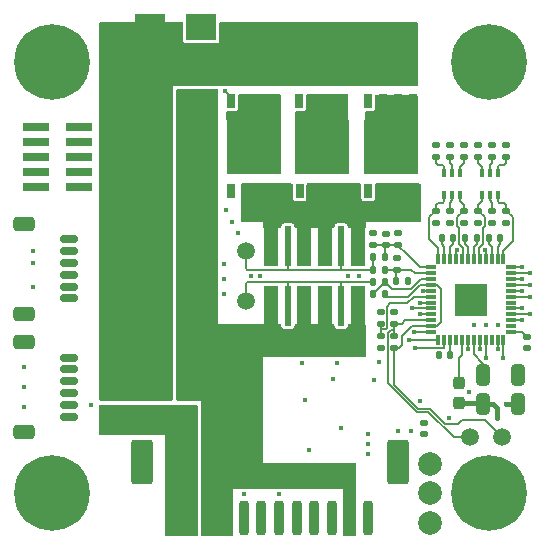
<source format=gbr>
%TF.GenerationSoftware,KiCad,Pcbnew,9.0.3*%
%TF.CreationDate,2025-07-31T21:13:17-04:00*%
%TF.ProjectId,motor-controller,6d6f746f-722d-4636-9f6e-74726f6c6c65,1*%
%TF.SameCoordinates,Original*%
%TF.FileFunction,Copper,L6,Bot*%
%TF.FilePolarity,Positive*%
%FSLAX46Y46*%
G04 Gerber Fmt 4.6, Leading zero omitted, Abs format (unit mm)*
G04 Created by KiCad (PCBNEW 9.0.3) date 2025-07-31 21:13:17*
%MOMM*%
%LPD*%
G01*
G04 APERTURE LIST*
G04 Aperture macros list*
%AMRoundRect*
0 Rectangle with rounded corners*
0 $1 Rounding radius*
0 $2 $3 $4 $5 $6 $7 $8 $9 X,Y pos of 4 corners*
0 Add a 4 corners polygon primitive as box body*
4,1,4,$2,$3,$4,$5,$6,$7,$8,$9,$2,$3,0*
0 Add four circle primitives for the rounded corners*
1,1,$1+$1,$2,$3*
1,1,$1+$1,$4,$5*
1,1,$1+$1,$6,$7*
1,1,$1+$1,$8,$9*
0 Add four rect primitives between the rounded corners*
20,1,$1+$1,$2,$3,$4,$5,0*
20,1,$1+$1,$4,$5,$6,$7,0*
20,1,$1+$1,$6,$7,$8,$9,0*
20,1,$1+$1,$8,$9,$2,$3,0*%
G04 Aperture macros list end*
%TA.AperFunction,ComponentPad*%
%ADD10C,3.600000*%
%TD*%
%TA.AperFunction,ConnectorPad*%
%ADD11C,6.400000*%
%TD*%
%TA.AperFunction,SMDPad,CuDef*%
%ADD12RoundRect,0.140000X-0.170000X0.140000X-0.170000X-0.140000X0.170000X-0.140000X0.170000X0.140000X0*%
%TD*%
%TA.AperFunction,SMDPad,CuDef*%
%ADD13R,2.200000X0.800000*%
%TD*%
%TA.AperFunction,SMDPad,CuDef*%
%ADD14RoundRect,0.200000X-0.200000X-1.250000X0.200000X-1.250000X0.200000X1.250000X-0.200000X1.250000X0*%
%TD*%
%TA.AperFunction,SMDPad,CuDef*%
%ADD15RoundRect,0.250000X-0.650000X-1.650000X0.650000X-1.650000X0.650000X1.650000X-0.650000X1.650000X0*%
%TD*%
%TA.AperFunction,SMDPad,CuDef*%
%ADD16RoundRect,0.135000X0.185000X-0.135000X0.185000X0.135000X-0.185000X0.135000X-0.185000X-0.135000X0*%
%TD*%
%TA.AperFunction,SMDPad,CuDef*%
%ADD17R,0.650000X1.150000*%
%TD*%
%TA.AperFunction,SMDPad,CuDef*%
%ADD18R,4.600000X4.650000*%
%TD*%
%TA.AperFunction,SMDPad,CuDef*%
%ADD19C,1.500000*%
%TD*%
%TA.AperFunction,SMDPad,CuDef*%
%ADD20RoundRect,0.250000X-1.500000X-0.550000X1.500000X-0.550000X1.500000X0.550000X-1.500000X0.550000X0*%
%TD*%
%TA.AperFunction,SMDPad,CuDef*%
%ADD21RoundRect,0.250000X-0.325000X-0.650000X0.325000X-0.650000X0.325000X0.650000X-0.325000X0.650000X0*%
%TD*%
%TA.AperFunction,SMDPad,CuDef*%
%ADD22RoundRect,0.140000X0.140000X0.170000X-0.140000X0.170000X-0.140000X-0.170000X0.140000X-0.170000X0*%
%TD*%
%TA.AperFunction,SMDPad,CuDef*%
%ADD23RoundRect,0.135000X-0.135000X-0.185000X0.135000X-0.185000X0.135000X0.185000X-0.135000X0.185000X0*%
%TD*%
%TA.AperFunction,SMDPad,CuDef*%
%ADD24RoundRect,0.250001X-0.624999X0.462499X-0.624999X-0.462499X0.624999X-0.462499X0.624999X0.462499X0*%
%TD*%
%TA.AperFunction,SMDPad,CuDef*%
%ADD25RoundRect,0.150000X0.625000X-0.150000X0.625000X0.150000X-0.625000X0.150000X-0.625000X-0.150000X0*%
%TD*%
%TA.AperFunction,SMDPad,CuDef*%
%ADD26RoundRect,0.250000X0.650000X-0.350000X0.650000X0.350000X-0.650000X0.350000X-0.650000X-0.350000X0*%
%TD*%
%TA.AperFunction,SMDPad,CuDef*%
%ADD27RoundRect,0.135000X-0.185000X0.135000X-0.185000X-0.135000X0.185000X-0.135000X0.185000X0.135000X0*%
%TD*%
%TA.AperFunction,SMDPad,CuDef*%
%ADD28RoundRect,0.140000X0.170000X-0.140000X0.170000X0.140000X-0.170000X0.140000X-0.170000X-0.140000X0*%
%TD*%
%TA.AperFunction,SMDPad,CuDef*%
%ADD29RoundRect,0.237500X0.237500X-0.287500X0.237500X0.287500X-0.237500X0.287500X-0.237500X-0.287500X0*%
%TD*%
%TA.AperFunction,SMDPad,CuDef*%
%ADD30R,2.500000X2.300000*%
%TD*%
%TA.AperFunction,SMDPad,CuDef*%
%ADD31R,1.200000X3.400000*%
%TD*%
%TA.AperFunction,SMDPad,CuDef*%
%ADD32R,0.600000X3.400000*%
%TD*%
%TA.AperFunction,SMDPad,CuDef*%
%ADD33RoundRect,0.100000X-0.100000X0.225000X-0.100000X-0.225000X0.100000X-0.225000X0.100000X0.225000X0*%
%TD*%
%TA.AperFunction,SMDPad,CuDef*%
%ADD34R,0.300000X0.850000*%
%TD*%
%TA.AperFunction,SMDPad,CuDef*%
%ADD35R,0.850000X0.300000*%
%TD*%
%TA.AperFunction,SMDPad,CuDef*%
%ADD36R,2.800000X2.800000*%
%TD*%
%TA.AperFunction,ViaPad*%
%ADD37C,0.450000*%
%TD*%
%TA.AperFunction,ViaPad*%
%ADD38C,2.000000*%
%TD*%
%TA.AperFunction,Conductor*%
%ADD39C,0.200000*%
%TD*%
%TA.AperFunction,Conductor*%
%ADD40C,0.153000*%
%TD*%
%TA.AperFunction,Conductor*%
%ADD41C,0.175000*%
%TD*%
%TA.AperFunction,Conductor*%
%ADD42C,0.400000*%
%TD*%
G04 APERTURE END LIST*
D10*
%TO.P,H2,1*%
%TO.N,N/C*%
X228500000Y-129000000D03*
D11*
X228500000Y-129000000D03*
%TD*%
D10*
%TO.P,H1,1*%
%TO.N,N/C*%
X191500000Y-129000000D03*
D11*
X191500000Y-129000000D03*
%TD*%
D10*
%TO.P,H3,1*%
%TO.N,N/C*%
X191500000Y-165500000D03*
D11*
X191500000Y-165500000D03*
%TD*%
D10*
%TO.P,H4,1*%
%TO.N,N/C*%
X228500000Y-165500000D03*
D11*
X228500000Y-165500000D03*
%TD*%
D12*
%TO.P,C4,1*%
%TO.N,+3V3*%
X231750000Y-152270000D03*
%TO.P,C4,2*%
%TO.N,GND*%
X231750000Y-153230000D03*
%TD*%
D13*
%TO.P,J6,1,VTref*%
%TO.N,+3V3*%
X190180000Y-139540000D03*
%TO.P,J6,2,SWDIO/TMS*%
%TO.N,/motor_driver/SWDIO*%
X193820000Y-139540000D03*
%TO.P,J6,3,GND*%
%TO.N,GND*%
X190180000Y-138270000D03*
%TO.P,J6,4,SWCLK/TCK*%
%TO.N,/motor_driver/SWCLK*%
X193820000Y-138270000D03*
%TO.P,J6,5,GND*%
%TO.N,GND*%
X190180000Y-137000000D03*
%TO.P,J6,6,SWO/TDO*%
%TO.N,unconnected-(J6-SWO{slash}TDO-Pad6)*%
X193820000Y-137000000D03*
%TO.P,J6,7,KEY*%
%TO.N,unconnected-(J6-KEY-Pad7)*%
X190180000Y-135730000D03*
%TO.P,J6,8,NC/TDI*%
%TO.N,unconnected-(J6-NC{slash}TDI-Pad8)*%
X193820000Y-135730000D03*
%TO.P,J6,9,GNDDetect*%
%TO.N,GND*%
X190180000Y-134460000D03*
%TO.P,J6,10,~{RESET}*%
%TO.N,/motor_driver/NRST*%
X193820000Y-134460000D03*
%TD*%
D14*
%TO.P,J5,1,Pin_1*%
%TO.N,Net-(J5-Pin_1)*%
X201750000Y-167575000D03*
%TO.P,J5,2,Pin_2*%
X203250000Y-167575000D03*
%TO.P,J5,3,Pin_3*%
%TO.N,GND*%
X204750000Y-167575000D03*
%TO.P,J5,4,Pin_4*%
X206250000Y-167575000D03*
%TO.P,J5,5,Pin_5*%
%TO.N,/BOOT_UART.BOOT0*%
X207750000Y-167575000D03*
%TO.P,J5,6,Pin_6*%
%TO.N,/BOOT_UART.RST*%
X209250000Y-167575000D03*
%TO.P,J5,7,Pin_7*%
%TO.N,/BOOT_UART.RX*%
X210750000Y-167575000D03*
%TO.P,J5,8,Pin_8*%
%TO.N,Net-(J5-Pin_8)*%
X212250000Y-167575000D03*
%TO.P,J5,9,Pin_9*%
%TO.N,unconnected-(J5-Pin_9-Pad9)*%
X213750000Y-167575000D03*
%TO.P,J5,10,Pin_10*%
%TO.N,unconnected-(J5-Pin_10-Pad10)*%
X215250000Y-167575000D03*
%TO.P,J5,11,Pin_11*%
%TO.N,GND*%
X216750000Y-167575000D03*
%TO.P,J5,12,Pin_12*%
%TO.N,Net-(D7-A1)*%
X218250000Y-167575000D03*
D15*
%TO.P,J5,MP*%
%TO.N,N/C*%
X199150000Y-162875000D03*
X220850000Y-162875000D03*
%TD*%
D16*
%TO.P,R38,1*%
%TO.N,/motor_driver/V_{sense}_V_{batt}*%
X219350000Y-151160000D03*
%TO.P,R38,2*%
%TO.N,GND*%
X219350000Y-150140000D03*
%TD*%
D17*
%TO.P,Q3,1,S*%
%TO.N,/motor_driver/MOTOR_{V}*%
X222105000Y-132300000D03*
%TO.P,Q3,2,S*%
X220835000Y-132300000D03*
%TO.P,Q3,3,S*%
X219565000Y-132300000D03*
%TO.P,Q3,4,G*%
%TO.N,Net-(Q3-G)*%
X218295000Y-132300000D03*
D18*
%TO.P,Q3,5,D*%
%TO.N,+BATT*%
X220200000Y-128600000D03*
%TD*%
D19*
%TO.P,TP3,1,1*%
%TO.N,/motor_driver/I_{SENSE(AMPLIFIED)}*%
X229650000Y-160750000D03*
%TD*%
D16*
%TO.P,R17,1*%
%TO.N,+BATT*%
X219350000Y-153160000D03*
%TO.P,R17,2*%
%TO.N,/motor_driver/V_{sense}_V_{batt}*%
X219350000Y-152140000D03*
%TD*%
D17*
%TO.P,Q5,1,S*%
%TO.N,/motor_driver/MOTOR_{W}*%
X210505000Y-132300000D03*
%TO.P,Q5,2,S*%
X209235000Y-132300000D03*
%TO.P,Q5,3,S*%
X207965000Y-132300000D03*
%TO.P,Q5,4,G*%
%TO.N,Net-(Q5-G)*%
X206695000Y-132300000D03*
D18*
%TO.P,Q5,5,D*%
%TO.N,+BATT*%
X208600000Y-128600000D03*
%TD*%
D20*
%TO.P,C23,1*%
%TO.N,+BATT*%
X198400000Y-139400000D03*
%TO.P,C23,2*%
%TO.N,GND*%
X203800000Y-139400000D03*
%TD*%
D21*
%TO.P,C8,1*%
%TO.N,Net-(U1A-VREG12)*%
X228025000Y-155500000D03*
%TO.P,C8,2*%
%TO.N,GND*%
X230975000Y-155500000D03*
%TD*%
D17*
%TO.P,Q1,1,S*%
%TO.N,/motor_driver/MOTOR_{U}*%
X216254999Y-132300000D03*
%TO.P,Q1,2,S*%
X214984999Y-132300000D03*
%TO.P,Q1,3,S*%
X213714999Y-132300000D03*
%TO.P,Q1,4,G*%
%TO.N,Net-(Q1-G)*%
X212444999Y-132300000D03*
D18*
%TO.P,Q1,5,D*%
%TO.N,+BATT*%
X214349999Y-128600000D03*
%TD*%
D22*
%TO.P,C7,1*%
%TO.N,Net-(U1C-VBOOTV)*%
X227480000Y-143900000D03*
%TO.P,C7,2*%
%TO.N,/motor_driver/MOTOR_{V}*%
X226520000Y-143900000D03*
%TD*%
D16*
%TO.P,R14,1*%
%TO.N,Net-(D2B-A)*%
X225200000Y-137010000D03*
%TO.P,R14,2*%
%TO.N,Net-(Q6-G)*%
X225200000Y-135990000D03*
%TD*%
%TO.P,R10,1*%
%TO.N,Net-(D1A-A)*%
X227600000Y-137010000D03*
%TO.P,R10,2*%
%TO.N,Net-(Q4-G)*%
X227600000Y-135990000D03*
%TD*%
D23*
%TO.P,R36,1*%
%TO.N,Net-(U1D-OP1P)*%
X220690000Y-147550000D03*
%TO.P,R36,2*%
%TO.N,GND*%
X221710000Y-147550000D03*
%TD*%
D24*
%TO.P,F2,1*%
%TO.N,+BATT*%
X196550000Y-156362500D03*
%TO.P,F2,2*%
%TO.N,Net-(J5-Pin_1)*%
X196550000Y-159337500D03*
%TD*%
D16*
%TO.P,R43,1*%
%TO.N,Net-(U1E-OC_COMP)*%
X220850000Y-144510000D03*
%TO.P,R43,2*%
%TO.N,GND*%
X220850000Y-143490000D03*
%TD*%
D25*
%TO.P,J1,1,Pin_1*%
%TO.N,+3V3*%
X193000000Y-159000000D03*
%TO.P,J1,2,Pin_2*%
%TO.N,/motor_driver/VEL_ENC_{~{DET}}*%
X193000000Y-158000000D03*
%TO.P,J1,3,Pin_3*%
%TO.N,/encoder/VEL_ENC.A*%
X193000000Y-157000000D03*
%TO.P,J1,4,Pin_4*%
%TO.N,/encoder/VEL_ENC.B*%
X193000000Y-156000000D03*
%TO.P,J1,5,Pin_5*%
%TO.N,/encoder/VEL_ENC.Z*%
X193000000Y-155000000D03*
%TO.P,J1,6,Pin_6*%
%TO.N,GND*%
X193000000Y-154000000D03*
D26*
%TO.P,J1,MP,MountPin*%
X189125000Y-160300000D03*
X189125000Y-152700000D03*
%TD*%
D23*
%TO.P,R22,1*%
%TO.N,/motor_driver/I_{SENSE(RAW)}_P*%
X218690000Y-145525000D03*
%TO.P,R22,2*%
%TO.N,Net-(U1E-OC_COMP)*%
X219710000Y-145525000D03*
%TD*%
D27*
%TO.P,R9,1*%
%TO.N,Net-(D1A-K)*%
X227600000Y-141590000D03*
%TO.P,R9,2*%
%TO.N,Net-(Q4-G)*%
X227600000Y-142610000D03*
%TD*%
%TO.P,R21,1*%
%TO.N,+3V0*%
X218725000Y-143490000D03*
%TO.P,R21,2*%
%TO.N,Net-(U1E-OC_COMP)*%
X218725000Y-144510000D03*
%TD*%
D17*
%TO.P,Q4,1,S*%
%TO.N,/motor_driver/I_{SENSE(RAW)}*%
X222105000Y-139900000D03*
%TO.P,Q4,2,S*%
X220835000Y-139900000D03*
%TO.P,Q4,3,S*%
X219565000Y-139900000D03*
%TO.P,Q4,4,G*%
%TO.N,Net-(Q4-G)*%
X218295000Y-139900000D03*
D18*
%TO.P,Q4,5,D*%
%TO.N,/motor_driver/MOTOR_{V}*%
X220200000Y-136200000D03*
%TD*%
D28*
%TO.P,C11,1*%
%TO.N,/motor_driver/I_{SENSE(FILTERED)}*%
X220500000Y-151129999D03*
%TO.P,C11,2*%
%TO.N,GND*%
X220500000Y-150169999D03*
%TD*%
D27*
%TO.P,R12,1*%
%TO.N,Net-(D2A-K)*%
X224000000Y-141590000D03*
%TO.P,R12,2*%
%TO.N,Net-(Q5-G)*%
X224000000Y-142610000D03*
%TD*%
D25*
%TO.P,J3,1,Pin_1*%
%TO.N,GND*%
X193000000Y-149000000D03*
%TO.P,J3,2,Pin_2*%
%TO.N,/encoder/MOSI*%
X193000000Y-148000000D03*
%TO.P,J3,3,Pin_3*%
%TO.N,/encoder/MISO*%
X193000000Y-147000000D03*
%TO.P,J3,4,Pin_4*%
%TO.N,/encoder/SCK*%
X193000000Y-146000000D03*
%TO.P,J3,5,Pin_5*%
%TO.N,/encoder/CSn*%
X193000000Y-145000000D03*
%TO.P,J3,6,Pin_6*%
%TO.N,+3V3*%
X193000000Y-144000000D03*
D26*
%TO.P,J3,MP,MountPin*%
%TO.N,GND*%
X189125000Y-150300000D03*
X189125000Y-142700000D03*
%TD*%
D19*
%TO.P,TP4,1,1*%
%TO.N,/motor_driver/I_{SENSE(FILTERED)}*%
X226950000Y-160750000D03*
%TD*%
D29*
%TO.P,F4,1*%
%TO.N,+BATT*%
X225950000Y-157875000D03*
%TO.P,F4,2*%
%TO.N,Net-(U1A-VM)*%
X225950000Y-156125000D03*
%TD*%
D30*
%TO.P,D6,1,A1*%
%TO.N,GND*%
X204150000Y-126000000D03*
%TO.P,D6,2,A2*%
%TO.N,+BATT*%
X199850000Y-126000000D03*
%TD*%
D27*
%TO.P,R23,1*%
%TO.N,+3V0*%
X220725000Y-145540000D03*
%TO.P,R23,2*%
%TO.N,Net-(U1D-OP1P)*%
X220725000Y-146560000D03*
%TD*%
D20*
%TO.P,C22,1*%
%TO.N,+BATT*%
X198400000Y-132100000D03*
%TO.P,C22,2*%
%TO.N,GND*%
X203800000Y-132100000D03*
%TD*%
D22*
%TO.P,C9,1*%
%TO.N,Net-(U1C-VBOOTW)*%
X225480000Y-143900000D03*
%TO.P,C9,2*%
%TO.N,/motor_driver/MOTOR_{W}*%
X224520000Y-143900000D03*
%TD*%
D16*
%TO.P,R5,1*%
%TO.N,Net-(D2C-A)*%
X226400000Y-137010000D03*
%TO.P,R5,2*%
%TO.N,Net-(Q3-G)*%
X226400000Y-135990000D03*
%TD*%
D31*
%TO.P,R27,1,1*%
%TO.N,/motor_driver/I_{SENSE(RAW)}*%
X212900000Y-144600000D03*
X210100000Y-144600000D03*
D32*
%TO.P,R27,2,2*%
%TO.N,/motor_driver/I_{SENSE(RAW)}_P*%
X211500000Y-144600000D03*
%TO.P,R27,3,3*%
%TO.N,/motor_driver/I_{SENSE(RAW)}_N*%
X211500000Y-149600000D03*
D31*
%TO.P,R27,4,4*%
%TO.N,GND*%
X212900000Y-149600000D03*
X210100000Y-149600000D03*
%TD*%
D33*
%TO.P,D2,1,A*%
%TO.N,Net-(D2A-A)*%
X224750000Y-138350000D03*
%TO.P,D2,2,A*%
%TO.N,Net-(D2B-A)*%
X225400000Y-138350000D03*
%TO.P,D2,3,A*%
%TO.N,Net-(D2C-A)*%
X226050000Y-138350000D03*
%TO.P,D2,4,K*%
%TO.N,Net-(D2C-K)*%
X226050000Y-140250000D03*
%TO.P,D2,5,K*%
%TO.N,Net-(D2B-K)*%
X225400000Y-140250000D03*
%TO.P,D2,6,K*%
%TO.N,Net-(D2A-K)*%
X224750000Y-140250000D03*
%TD*%
D27*
%TO.P,R2,1*%
%TO.N,Net-(D1B-K)*%
X228800000Y-141590000D03*
%TO.P,R2,2*%
%TO.N,Net-(Q1-G)*%
X228800000Y-142610000D03*
%TD*%
D31*
%TO.P,R18,1,1*%
%TO.N,/motor_driver/I_{SENSE(RAW)}*%
X217400000Y-144600000D03*
X214600000Y-144600000D03*
D32*
%TO.P,R18,2,2*%
%TO.N,/motor_driver/I_{SENSE(RAW)}_P*%
X216000000Y-144600000D03*
%TO.P,R18,3,3*%
%TO.N,/motor_driver/I_{SENSE(RAW)}_N*%
X216000000Y-149600000D03*
D31*
%TO.P,R18,4,4*%
%TO.N,GND*%
X217400000Y-149600000D03*
X214600000Y-149600000D03*
%TD*%
D16*
%TO.P,R11,1*%
%TO.N,Net-(D2A-A)*%
X224000000Y-137010000D03*
%TO.P,R11,2*%
%TO.N,Net-(Q5-G)*%
X224000000Y-135990000D03*
%TD*%
%TO.P,R25,1*%
%TO.N,/motor_driver/I_{SENSE(AMPLIFIED)}*%
X220500000Y-153160000D03*
%TO.P,R25,2*%
%TO.N,/motor_driver/I_{SENSE(FILTERED)}*%
X220500000Y-152140000D03*
%TD*%
D19*
%TO.P,TP2,1,1*%
%TO.N,/motor_driver/I_{SENSE(RAW)}_N*%
X207925000Y-149200000D03*
%TD*%
D23*
%TO.P,R26,1*%
%TO.N,/motor_driver/I_{SENSE(RAW)}_P*%
X218690000Y-146575000D03*
%TO.P,R26,2*%
%TO.N,Net-(U1D-OP1P)*%
X219710000Y-146575000D03*
%TD*%
%TO.P,R19,1*%
%TO.N,Net-(U1D-OP1N)*%
X218690000Y-148650000D03*
%TO.P,R19,2*%
%TO.N,/motor_driver/I_{SENSE(AMPLIFIED)}*%
X219710000Y-148650000D03*
%TD*%
D19*
%TO.P,TP1,1,1*%
%TO.N,/motor_driver/I_{SENSE(RAW)}_P*%
X207925000Y-145025000D03*
%TD*%
D27*
%TO.P,R13,1*%
%TO.N,Net-(D2B-K)*%
X225200000Y-141590000D03*
%TO.P,R13,2*%
%TO.N,Net-(Q6-G)*%
X225200000Y-142610000D03*
%TD*%
D28*
%TO.P,C10,1*%
%TO.N,Net-(U1E-OC_COMP)*%
X219800000Y-144480000D03*
%TO.P,C10,2*%
%TO.N,GND*%
X219800000Y-143520000D03*
%TD*%
D16*
%TO.P,R1,1*%
%TO.N,Net-(D1B-A)*%
X228800000Y-137010000D03*
%TO.P,R1,2*%
%TO.N,Net-(Q1-G)*%
X228800000Y-135990000D03*
%TD*%
D17*
%TO.P,Q6,1,S*%
%TO.N,/motor_driver/I_{SENSE(RAW)}*%
X210505000Y-139900000D03*
%TO.P,Q6,2,S*%
X209235000Y-139900000D03*
%TO.P,Q6,3,S*%
X207965000Y-139900000D03*
%TO.P,Q6,4,G*%
%TO.N,Net-(Q6-G)*%
X206695000Y-139900000D03*
D18*
%TO.P,Q6,5,D*%
%TO.N,/motor_driver/MOTOR_{W}*%
X208600000Y-136200000D03*
%TD*%
D23*
%TO.P,R24,1*%
%TO.N,/motor_driver/I_{SENSE(RAW)}_N*%
X218690000Y-147625000D03*
%TO.P,R24,2*%
%TO.N,Net-(U1D-OP1N)*%
X219710000Y-147625000D03*
%TD*%
D34*
%TO.P,U1,1,PC14/OSC32_{IN}*%
%TO.N,/motor_driver/OSC32_P*%
X229750000Y-152525000D03*
%TO.P,U1,2,PC15/OSC32_{OUT}*%
%TO.N,/motor_driver/OSC32_N*%
X229250000Y-152525000D03*
%TO.P,U1,3,RESERVED*%
%TO.N,unconnected-(U1A-RESERVED-Pad3)*%
X228750000Y-152525000D03*
%TO.P,U1,4,PF0/OSC_{IN}*%
%TO.N,/motor_driver/OSC_P*%
X228250000Y-152525000D03*
%TO.P,U1,5,PF1/OSC_{OUT}*%
%TO.N,/motor_driver/OSC_N*%
X227750000Y-152525000D03*
%TO.P,U1,6,VREG12*%
%TO.N,Net-(U1A-VREG12)*%
X227250000Y-152525000D03*
%TO.P,U1,7,NRST*%
%TO.N,/motor_driver/NRST*%
X226750000Y-152525000D03*
%TO.P,U1,8,VM*%
%TO.N,Net-(U1A-VM)*%
X226250000Y-152525000D03*
%TO.P,U1,9,SW*%
%TO.N,unconnected-(U1A-SW-Pad9)*%
X225750000Y-152525000D03*
%TO.P,U1,10,VDDA*%
%TO.N,+3V0*%
X225250000Y-152525000D03*
%TO.P,U1,11,PA0/T2C1/ADC0/USART1_{CTS}*%
%TO.N,/motor_driver/HALL_{1}*%
X224750000Y-152525000D03*
%TO.P,U1,12,PA1/T2C2/ADC1/USART1_{RTS}*%
%TO.N,/motor_driver/HALL_{2}*%
X224250000Y-152525000D03*
D35*
%TO.P,U1,13,PA2/T2C3/ADC2/USART1_{TX}*%
%TO.N,/motor_driver/HALL_{3}*%
X223575000Y-151850000D03*
%TO.P,U1,14,PA3/T2C4/ADC3/USART1_{RX}*%
%TO.N,/motor_driver/I_{SENSE(AMPLIFIED)}*%
X223575000Y-151350000D03*
%TO.P,U1,15,PA4/T14C1/ADC4/USART1_{CK}*%
%TO.N,/motor_driver/I_{SENSE(FILTERED)}*%
X223575000Y-150850000D03*
%TO.P,U1,16,PA5/ADC5*%
%TO.N,/motor_driver/VEL_ENC_{~{DET}}*%
X223575000Y-150350000D03*
%TO.P,U1,17,PA6/T3C1/T16C1/ADC6*%
%TO.N,/encoder/VEL_ENC.A*%
X223575000Y-149850000D03*
%TO.P,U1,18,PA7/T3C2/T14C1/T17C1/ADC7*%
%TO.N,/encoder/VEL_ENC.B*%
X223575000Y-149350000D03*
%TO.P,U1,19,PB1/T3C4/T14C1/ADC9*%
%TO.N,/motor_driver/V_{sense}_V_{batt}*%
X223575000Y-148850000D03*
%TO.P,U1,20,TESTMODE*%
%TO.N,GND*%
X223575000Y-148350000D03*
%TO.P,U1,21,OP1O*%
%TO.N,/motor_driver/I_{SENSE(AMPLIFIED)}*%
X223575000Y-147850000D03*
%TO.P,U1,22,OP1N*%
%TO.N,Net-(U1D-OP1N)*%
X223575000Y-147350000D03*
%TO.P,U1,23,OP1P*%
%TO.N,Net-(U1D-OP1P)*%
X223575000Y-146850000D03*
%TO.P,U1,24,OC_COMP*%
%TO.N,Net-(U1E-OC_COMP)*%
X223575000Y-146350000D03*
D34*
%TO.P,U1,25,HSW*%
%TO.N,Net-(D2A-K)*%
X224250000Y-145675000D03*
%TO.P,U1,26,OUTW*%
%TO.N,/motor_driver/MOTOR_{W}*%
X224750000Y-145675000D03*
%TO.P,U1,27,VBOOTW*%
%TO.N,Net-(U1C-VBOOTW)*%
X225250000Y-145675000D03*
%TO.P,U1,28,LSW*%
%TO.N,Net-(D2B-K)*%
X225750000Y-145675000D03*
%TO.P,U1,29,HSV*%
%TO.N,Net-(D2C-K)*%
X226250000Y-145675000D03*
%TO.P,U1,30,OUTV*%
%TO.N,/motor_driver/MOTOR_{V}*%
X226750000Y-145675000D03*
%TO.P,U1,31,VBOOTV*%
%TO.N,Net-(U1C-VBOOTV)*%
X227250000Y-145675000D03*
%TO.P,U1,32,LSV*%
%TO.N,Net-(D1A-K)*%
X227750000Y-145675000D03*
%TO.P,U1,33,HSU*%
%TO.N,Net-(D1B-K)*%
X228250000Y-145675000D03*
%TO.P,U1,34,OUTU*%
%TO.N,/motor_driver/MOTOR_{U}*%
X228750000Y-145675000D03*
%TO.P,U1,35,VBOOTU*%
%TO.N,Net-(U1C-VBOOTU)*%
X229250000Y-145675000D03*
%TO.P,U1,36,LSU*%
%TO.N,Net-(D1C-K)*%
X229750000Y-145675000D03*
D35*
%TO.P,U1,37,PA13/SWDIO*%
%TO.N,/motor_driver/SWDIO*%
X230425000Y-146350000D03*
%TO.P,U1,38,PA14/SWDCLK/USART1_{TX}/BL_UART_{TX}*%
%TO.N,/motor_driver/SWCLK*%
X230425000Y-146850000D03*
%TO.P,U1,39,PA15/USART1_{RX}/BL_UART_{RX}*%
%TO.N,/BOOT_UART.RX*%
X230425000Y-147350000D03*
%TO.P,U1,40,PB6/USART1_{TX}*%
%TO.N,/motor_driver/LED_{ERROR}*%
X230425000Y-147850000D03*
%TO.P,U1,41,PB7/USART1_{RX}*%
%TO.N,/motor_driver/LED_{FW_READY}*%
X230425000Y-148350000D03*
%TO.P,U1,42,BOOT0*%
%TO.N,/BOOT_UART.BOOT0*%
X230425000Y-148850000D03*
%TO.P,U1,43,RESERVED*%
%TO.N,unconnected-(U1A-RESERVED-Pad43)*%
X230425000Y-149350000D03*
%TO.P,U1,44,GND*%
%TO.N,GND*%
X230425000Y-149850000D03*
%TO.P,U1,45,PB8/T16C1*%
%TO.N,/motor_driver/LED_{WARN}*%
X230425000Y-150350000D03*
%TO.P,U1,46,PB9/T17C1*%
%TO.N,/encoder/VEL_ENC.Z*%
X230425000Y-150850000D03*
%TO.P,U1,47,RESERVED*%
%TO.N,unconnected-(U1A-RESERVED-Pad47)*%
X230425000Y-151350000D03*
%TO.P,U1,48,VDD*%
%TO.N,+3V3*%
X230425000Y-151850000D03*
D36*
%TO.P,U1,49,EPAD*%
%TO.N,GND*%
X227000000Y-149100000D03*
%TD*%
D33*
%TO.P,D1,1,A*%
%TO.N,Net-(D1A-A)*%
X227950000Y-138350000D03*
%TO.P,D1,2,A*%
%TO.N,Net-(D1B-A)*%
X228600000Y-138350000D03*
%TO.P,D1,3,A*%
%TO.N,Net-(D1C-A)*%
X229250000Y-138350000D03*
%TO.P,D1,4,K*%
%TO.N,Net-(D1C-K)*%
X229250000Y-140250000D03*
%TO.P,D1,5,K*%
%TO.N,Net-(D1B-K)*%
X228600000Y-140250000D03*
%TO.P,D1,6,K*%
%TO.N,Net-(D1A-K)*%
X227950000Y-140250000D03*
%TD*%
D22*
%TO.P,C6,1*%
%TO.N,+3V0*%
X225230000Y-153750000D03*
%TO.P,C6,2*%
%TO.N,GND*%
X224270000Y-153750000D03*
%TD*%
D17*
%TO.P,Q2,1,S*%
%TO.N,/motor_driver/I_{SENSE(RAW)}*%
X216305000Y-139900000D03*
%TO.P,Q2,2,S*%
X215035000Y-139900000D03*
%TO.P,Q2,3,S*%
X213765000Y-139900000D03*
%TO.P,Q2,4,G*%
%TO.N,Net-(Q2-G)*%
X212495000Y-139900000D03*
D18*
%TO.P,Q2,5,D*%
%TO.N,/motor_driver/MOTOR_{U}*%
X214400000Y-136200000D03*
%TD*%
D21*
%TO.P,C2,1*%
%TO.N,+BATT*%
X228025000Y-157900000D03*
%TO.P,C2,2*%
%TO.N,GND*%
X230975000Y-157900000D03*
%TD*%
D12*
%TO.P,C16,1*%
%TO.N,/motor_driver/NRST*%
X223000000Y-159520000D03*
%TO.P,C16,2*%
%TO.N,GND*%
X223000000Y-160480000D03*
%TD*%
D27*
%TO.P,R6,1*%
%TO.N,Net-(D2C-K)*%
X226400000Y-141590000D03*
%TO.P,R6,2*%
%TO.N,Net-(Q3-G)*%
X226400000Y-142610000D03*
%TD*%
D22*
%TO.P,C1,1*%
%TO.N,Net-(U1C-VBOOTU)*%
X229480000Y-143900000D03*
%TO.P,C1,2*%
%TO.N,/motor_driver/MOTOR_{U}*%
X228520000Y-143900000D03*
%TD*%
D27*
%TO.P,R3,1*%
%TO.N,Net-(D1C-K)*%
X230000000Y-141590000D03*
%TO.P,R3,2*%
%TO.N,Net-(Q2-G)*%
X230000000Y-142610000D03*
%TD*%
D16*
%TO.P,R4,1*%
%TO.N,Net-(D1C-A)*%
X230000000Y-137010000D03*
%TO.P,R4,2*%
%TO.N,Net-(Q2-G)*%
X230000000Y-135990000D03*
%TD*%
D37*
%TO.N,/motor_driver/MOTOR_{U}*%
X212700000Y-138000000D03*
X213600000Y-138000000D03*
X216300000Y-136900000D03*
X212700000Y-136900000D03*
X215400000Y-138000000D03*
X215400000Y-136900000D03*
X216300000Y-138000000D03*
X214500000Y-136900000D03*
X228520000Y-143900000D03*
X213600000Y-136900000D03*
X214500000Y-138000000D03*
D38*
%TO.N,GND*%
X223500000Y-165500000D03*
D37*
X227900000Y-149100000D03*
X216750000Y-167575000D03*
X222900000Y-148350000D03*
X220500000Y-150169999D03*
X189940000Y-148000000D03*
X204650000Y-164550000D03*
X227000000Y-149100000D03*
X227000000Y-150000000D03*
X231350000Y-149850000D03*
X189150000Y-154800000D03*
X227900000Y-150000000D03*
X231750000Y-153230000D03*
X189150000Y-158200000D03*
X204650000Y-163550000D03*
X220850000Y-143490000D03*
X207750000Y-165590001D03*
X224250000Y-153750000D03*
X226100000Y-148200000D03*
X229250000Y-151270000D03*
X227900000Y-148200000D03*
X205500000Y-164550000D03*
X189940000Y-146000000D03*
X212720000Y-154500000D03*
X203600000Y-126600000D03*
X206400000Y-163550000D03*
X203600000Y-125400000D03*
X229950000Y-157900000D03*
X193000001Y-149000000D03*
X205500000Y-163550000D03*
X206400000Y-164550000D03*
X190180000Y-134460000D03*
X189100000Y-152700000D03*
X216625000Y-147100000D03*
X189125000Y-160300000D03*
X223000000Y-160480000D03*
X189150000Y-156500000D03*
X215350000Y-155800001D03*
X227250000Y-151270000D03*
X215680000Y-154500000D03*
X227000000Y-148200000D03*
X219800000Y-143520000D03*
X204700000Y-125400000D03*
X221700000Y-147550000D03*
X190180000Y-138270000D03*
X193000001Y-154000000D03*
X189100000Y-142700000D03*
X206100000Y-148650000D03*
X204700000Y-126600000D03*
X222700000Y-157687500D03*
X221900000Y-160199999D03*
X189100000Y-150300000D03*
X190200000Y-137000000D03*
X228250000Y-151270000D03*
X216000000Y-159930000D03*
X226850000Y-156900000D03*
X226100000Y-150000000D03*
X231000000Y-155500000D03*
X226100000Y-149100000D03*
X219350000Y-150140001D03*
X225150000Y-159100000D03*
D38*
%TO.N,+BATT*%
X196900000Y-127000000D03*
D37*
X219350000Y-153159999D03*
X197825000Y-156950000D03*
X229200000Y-159150000D03*
%TO.N,+3V0*%
X225230000Y-153750000D03*
X220725000Y-145540001D03*
X218750000Y-155875001D03*
X218725000Y-143490001D03*
D38*
X223500000Y-163000000D03*
D37*
%TO.N,/motor_driver/MOTOR_{V}*%
X220200000Y-135500000D03*
X222000000Y-135500000D03*
X221100000Y-135500000D03*
X219300000Y-135500000D03*
X218400000Y-135500000D03*
X221100000Y-134500000D03*
X218400000Y-134500000D03*
X220200000Y-134500000D03*
X222000000Y-134500000D03*
X226520000Y-143900000D03*
X219300000Y-134500000D03*
%TO.N,/motor_driver/MOTOR_{W}*%
X210500000Y-135500000D03*
X207800000Y-135500000D03*
X224520000Y-143900000D03*
X209600000Y-134400000D03*
X206900000Y-135500000D03*
X206900000Y-134400000D03*
X207800000Y-134400000D03*
X208700000Y-135500000D03*
X210500000Y-134400000D03*
X209600000Y-135500000D03*
X208700000Y-134400000D03*
%TO.N,Net-(U1E-OC_COMP)*%
X220825000Y-144525000D03*
%TO.N,/motor_driver/NRST*%
X226750000Y-153250000D03*
X223000000Y-159520000D03*
X193820000Y-134460000D03*
X219250000Y-154375000D03*
%TO.N,/motor_driver/OSC32_N*%
X229250000Y-153250000D03*
%TO.N,/motor_driver/OSC32_P*%
X229750000Y-154000000D03*
%TO.N,/motor_driver/OSC_N*%
X227750000Y-153250000D03*
%TO.N,/motor_driver/OSC_P*%
X228250000Y-154000000D03*
%TO.N,Net-(D1B-K)*%
X228200000Y-144900000D03*
X228800000Y-141590001D03*
%TO.N,Net-(D2B-K)*%
X225800000Y-144900000D03*
X225200000Y-141590001D03*
%TO.N,+3V3*%
X189940001Y-145000000D03*
X231750000Y-152270000D03*
X217525000Y-147100000D03*
X210750000Y-165590001D03*
X190180000Y-139540000D03*
X193000001Y-159000000D03*
X212950000Y-157575000D03*
X194859999Y-158000000D03*
X218250000Y-162150000D03*
X218250000Y-161300000D03*
X218250000Y-160500000D03*
D38*
X223500000Y-168000000D03*
D37*
X193000001Y-144000000D03*
%TO.N,/motor_driver/VEL_ENC_{~{DET}}*%
X222650000Y-150350000D03*
X193000000Y-158000000D03*
%TO.N,/encoder/VEL_ENC.B*%
X222650000Y-149350000D03*
X193000000Y-156000000D03*
%TO.N,/encoder/VEL_ENC.A*%
X222000000Y-149850000D03*
X193000000Y-157000000D03*
%TO.N,/encoder/VEL_ENC.Z*%
X231350000Y-150850000D03*
X193000000Y-155000000D03*
%TO.N,/encoder/MOSI*%
X193000000Y-148000000D03*
X209150000Y-147100000D03*
%TO.N,/encoder/SCK*%
X208350000Y-147100000D03*
X193000000Y-146000000D03*
%TO.N,/encoder/MISO*%
X193000000Y-147000000D03*
X206100000Y-147350000D03*
%TO.N,/encoder/CSn*%
X206100000Y-146050000D03*
X193000000Y-145000000D03*
%TO.N,/BOOT_UART.RST*%
X220800000Y-160209999D03*
X209250000Y-167575000D03*
%TO.N,Net-(Q1-G)*%
X212445000Y-132300000D03*
X228800000Y-142609999D03*
X228800000Y-135990001D03*
%TO.N,Net-(Q2-G)*%
X230000000Y-135990001D03*
X230000000Y-142609999D03*
X212495001Y-139900000D03*
%TO.N,Net-(Q3-G)*%
X218295001Y-132300000D03*
X226400000Y-142609999D03*
X226400000Y-135990001D03*
%TO.N,/motor_driver/LED_{WARN}*%
X232000000Y-150350000D03*
%TO.N,Net-(Q4-G)*%
X227600000Y-142609999D03*
X218295001Y-139900000D03*
X227600000Y-135990001D03*
%TO.N,Net-(Q5-G)*%
X206175000Y-131450000D03*
X224000000Y-142609999D03*
X224000000Y-135990001D03*
%TO.N,Net-(Q6-G)*%
X206695001Y-139900000D03*
X225200000Y-142609999D03*
X225200000Y-135990001D03*
%TO.N,/motor_driver/LED_{FW_READY}*%
X231350000Y-148350000D03*
%TO.N,/motor_driver/LED_{ERROR}*%
X232000000Y-147850000D03*
%TO.N,/motor_driver/HALL_{1}*%
X222250000Y-153153500D03*
X206800000Y-142550000D03*
%TO.N,/motor_driver/HALL_{2}*%
X221750000Y-152525000D03*
X207300000Y-143500000D03*
%TO.N,/motor_driver/HALL_{3}*%
X206250000Y-141500000D03*
X222200000Y-151850000D03*
%TO.N,/BOOT_UART.RX*%
X210750000Y-167575000D03*
X231350000Y-147350000D03*
%TO.N,Net-(J5-Pin_8)*%
X212250000Y-167575000D03*
%TO.N,/BOOT_UART.BOOT0*%
X207750000Y-167575000D03*
X232000000Y-148850000D03*
%TO.N,/motor_driver/SWCLK*%
X213259999Y-161850000D03*
X193820000Y-138270000D03*
X232000000Y-146850000D03*
%TO.N,Net-(D7-A1)*%
X218250000Y-166750000D03*
X218250000Y-168400000D03*
X218250000Y-167575000D03*
%TO.N,/motor_driver/SWDIO*%
X193820000Y-139540000D03*
X231350000Y-146350000D03*
%TD*%
D39*
%TO.N,Net-(U1C-VBOOTU)*%
X229480000Y-144420000D02*
X229480000Y-143900000D01*
X229250000Y-144650000D02*
X229480000Y-144420000D01*
X229250000Y-145675000D02*
X229250000Y-144650000D01*
%TO.N,/motor_driver/MOTOR_{U}*%
X228750000Y-144650000D02*
X228750000Y-145675000D01*
X228520000Y-143900000D02*
X228520000Y-144420000D01*
X228520000Y-144420000D02*
X228750000Y-144650000D01*
D40*
%TO.N,GND*%
X189125000Y-150300000D02*
X189100000Y-150300000D01*
D41*
X224270000Y-153750000D02*
X224250000Y-153750000D01*
D40*
X190180000Y-134480000D02*
X190200000Y-134500000D01*
X223575000Y-148350000D02*
X222900000Y-148350000D01*
X189125000Y-152700000D02*
X189100000Y-152700000D01*
D41*
X230975001Y-155500000D02*
X231000000Y-155500000D01*
D40*
X190180000Y-138270000D02*
X190180000Y-138280000D01*
X190180000Y-134460000D02*
X190180000Y-134480000D01*
D42*
X229950000Y-157900000D02*
X230975000Y-157900000D01*
D40*
X189125000Y-142700000D02*
X189100000Y-142700000D01*
X230425000Y-149850000D02*
X231350000Y-149850000D01*
X190180000Y-138280000D02*
X190200000Y-138300000D01*
X190180000Y-137000000D02*
X190200000Y-137000000D01*
D42*
%TO.N,+BATT*%
X229200000Y-159150000D02*
X229200000Y-158250000D01*
X225950000Y-157874999D02*
X227999998Y-157874999D01*
X227999998Y-157874999D02*
X228024999Y-157900000D01*
X229200000Y-158250000D02*
X228850000Y-157900000D01*
X228850000Y-157900000D02*
X228024999Y-157900000D01*
D41*
%TO.N,+3V0*%
X225230000Y-153750000D02*
X225250000Y-153730000D01*
X225250000Y-152525000D02*
X225250000Y-153730000D01*
D39*
%TO.N,/motor_driver/MOTOR_{V}*%
X226520000Y-144420000D02*
X226750000Y-144650000D01*
X226520000Y-143900000D02*
X226520000Y-144420000D01*
X226750000Y-144650000D02*
X226750000Y-145675000D01*
%TO.N,Net-(U1C-VBOOTV)*%
X227250000Y-144650000D02*
X227480000Y-144420000D01*
X227250000Y-145675000D02*
X227250000Y-144650000D01*
X227480000Y-144420000D02*
X227480000Y-143900000D01*
D41*
%TO.N,Net-(U1A-VREG12)*%
X227250000Y-152525000D02*
X227241500Y-152533500D01*
X227241500Y-153741500D02*
X228024999Y-154524999D01*
X228024999Y-154524999D02*
X228024999Y-155500000D01*
X227241500Y-152533500D02*
X227241500Y-153741500D01*
D39*
%TO.N,Net-(U1C-VBOOTW)*%
X225480000Y-144420000D02*
X225480000Y-143900000D01*
X225250000Y-144650000D02*
X225480000Y-144420000D01*
X225250000Y-145675000D02*
X225250000Y-144650000D01*
%TO.N,/motor_driver/MOTOR_{W}*%
X224750000Y-144650000D02*
X224750000Y-145675000D01*
X224520000Y-143900000D02*
X224520000Y-144420000D01*
X224520000Y-144420000D02*
X224750000Y-144650000D01*
D40*
%TO.N,Net-(U1E-OC_COMP)*%
X219770001Y-144509999D02*
X219800000Y-144480000D01*
X218725000Y-144509999D02*
X219770001Y-144509999D01*
X219709999Y-144569998D02*
X219650000Y-144509999D01*
X219709999Y-145525000D02*
X219709999Y-144569998D01*
X222650000Y-146350000D02*
X223575000Y-146350000D01*
X221550000Y-145250000D02*
X222650000Y-146350000D01*
X220809999Y-144509999D02*
X220825000Y-144525000D01*
X219650000Y-144509999D02*
X220809999Y-144509999D01*
X220825000Y-144525000D02*
X221550000Y-145250000D01*
%TO.N,/motor_driver/I_{SENSE(FILTERED)}*%
X220195980Y-151700000D02*
X219976500Y-151919480D01*
X221450000Y-150850000D02*
X223575000Y-150850000D01*
X220500000Y-151129999D02*
X221170001Y-151129999D01*
X222400000Y-158600000D02*
X223400000Y-158600000D01*
X225550000Y-160750000D02*
X226950000Y-160750000D01*
X219976500Y-156176500D02*
X222400000Y-158600000D01*
X220500000Y-151700000D02*
X220195980Y-151700000D01*
X223400000Y-158600000D02*
X225550000Y-160750000D01*
X221170001Y-151129999D02*
X221450000Y-150850000D01*
X219976500Y-151919480D02*
X219976500Y-156176500D01*
X220500000Y-152140001D02*
X220500000Y-151129999D01*
%TO.N,/motor_driver/NRST*%
X226750000Y-152525000D02*
X226750000Y-153250000D01*
%TO.N,/motor_driver/OSC32_N*%
X229250000Y-152525000D02*
X229250000Y-153250000D01*
%TO.N,/motor_driver/OSC32_P*%
X229750000Y-152525000D02*
X229750000Y-154000000D01*
%TO.N,/motor_driver/OSC_N*%
X227750000Y-152525000D02*
X227750000Y-153250000D01*
%TO.N,/motor_driver/OSC_P*%
X228250000Y-152525000D02*
X228250000Y-154000000D01*
D39*
%TO.N,Net-(D1A-A)*%
X227950000Y-137850000D02*
X227950000Y-138350000D01*
X227600000Y-137009999D02*
X227600000Y-137500000D01*
X227600000Y-137500000D02*
X227950000Y-137850000D01*
%TO.N,Net-(D1C-A)*%
X229400000Y-137700000D02*
X229250000Y-137850000D01*
X230000000Y-137500000D02*
X229800000Y-137700000D01*
X229250000Y-137850000D02*
X229250000Y-138350000D01*
X229800000Y-137700000D02*
X229400000Y-137700000D01*
X230000000Y-137009999D02*
X230000000Y-137500000D01*
%TO.N,Net-(D1C-K)*%
X229800000Y-144900000D02*
X230547000Y-144153000D01*
X229750000Y-145675000D02*
X229750000Y-144950000D01*
X229250000Y-140750000D02*
X229400000Y-140900000D01*
X229800000Y-140900000D02*
X230000000Y-141100000D01*
X230000000Y-141100000D02*
X230000000Y-141590001D01*
X230547000Y-142137001D02*
X230000000Y-141590001D01*
X229250000Y-140250000D02*
X229250000Y-140750000D01*
X229400000Y-140900000D02*
X229800000Y-140900000D01*
X229750000Y-144950000D02*
X229800000Y-144900000D01*
X230547000Y-144153000D02*
X230547000Y-142137001D01*
%TO.N,Net-(D1B-K)*%
X228250000Y-145675000D02*
X228250000Y-144950000D01*
X228600000Y-140249999D02*
X228600000Y-140700000D01*
X228600000Y-140700000D02*
X228800000Y-140900000D01*
X228250000Y-144950000D02*
X228200000Y-144900000D01*
X228800000Y-140900000D02*
X228800000Y-141590001D01*
%TO.N,Net-(D1B-A)*%
X228800000Y-137009999D02*
X228800000Y-137500000D01*
X228800000Y-137500000D02*
X228600000Y-137700000D01*
X228600000Y-137700000D02*
X228600000Y-138350001D01*
%TO.N,Net-(D1A-K)*%
X227987000Y-144400236D02*
X227987000Y-143058687D01*
X227696000Y-145621000D02*
X227696000Y-144691236D01*
X227950000Y-140750000D02*
X227600000Y-141100000D01*
X227987000Y-143058687D02*
X228147000Y-142898687D01*
X228147000Y-142137001D02*
X227600000Y-141590001D01*
X228147000Y-142898687D02*
X228147000Y-142137001D01*
X227750000Y-145675000D02*
X227696000Y-145621000D01*
X227950000Y-140250000D02*
X227950000Y-140750000D01*
X227696000Y-144691236D02*
X227987000Y-144400236D01*
X227600000Y-141100000D02*
X227600000Y-141590001D01*
%TO.N,Net-(D2B-A)*%
X225200000Y-137500000D02*
X225400000Y-137700000D01*
X225200000Y-137009999D02*
X225200000Y-137500000D01*
X225400000Y-137700000D02*
X225400000Y-138350001D01*
%TO.N,Net-(D2A-K)*%
X223453000Y-143953000D02*
X223453000Y-142137001D01*
X224600000Y-140900000D02*
X224200000Y-140900000D01*
X224750000Y-140250000D02*
X224750000Y-140750000D01*
X224250000Y-144950000D02*
X224200000Y-144900000D01*
X224200000Y-140900000D02*
X224000000Y-141100000D01*
X224000000Y-141100000D02*
X224000000Y-141590001D01*
X224200000Y-144700000D02*
X223453000Y-143953000D01*
X224250000Y-145675000D02*
X224250000Y-144950000D01*
X224750000Y-140750000D02*
X224600000Y-140900000D01*
X224200000Y-144900000D02*
X224200000Y-144700000D01*
X223453000Y-142137001D02*
X224000000Y-141590001D01*
%TO.N,Net-(D2B-K)*%
X225400000Y-140700000D02*
X225200000Y-140900000D01*
X225750000Y-144950000D02*
X225800000Y-144900000D01*
X225200000Y-140900000D02*
X225200000Y-141590001D01*
X225750000Y-145675000D02*
X225750000Y-144950000D01*
X225400000Y-140249999D02*
X225400000Y-140700000D01*
%TO.N,Net-(D2A-A)*%
X224600000Y-137700000D02*
X224750000Y-137850000D01*
X224200000Y-137700000D02*
X224600000Y-137700000D01*
X224000000Y-137500000D02*
X224200000Y-137700000D01*
X224750000Y-137850000D02*
X224750000Y-138350000D01*
X224000000Y-137009999D02*
X224000000Y-137500000D01*
%TO.N,Net-(D2C-K)*%
X226400000Y-141590001D02*
X226400000Y-141100000D01*
X226250000Y-145675000D02*
X226304000Y-145621000D01*
X225853000Y-142137001D02*
X226400000Y-141590001D01*
X226400000Y-141100000D02*
X226050000Y-140750000D01*
X225853000Y-142898687D02*
X225853000Y-142137001D01*
X226304000Y-145621000D02*
X226304000Y-144691236D01*
X225987000Y-144374236D02*
X225987000Y-143032687D01*
X226304000Y-144691236D02*
X225987000Y-144374236D01*
X225987000Y-143032687D02*
X225853000Y-142898687D01*
X226050000Y-140750000D02*
X226050000Y-140250000D01*
%TO.N,Net-(D2C-A)*%
X226400000Y-137009999D02*
X226400000Y-137500000D01*
X226050000Y-137850000D02*
X226050000Y-138350000D01*
X226400000Y-137500000D02*
X226050000Y-137850000D01*
D40*
%TO.N,+3V3*%
X190180000Y-139540000D02*
X190180000Y-139520000D01*
D41*
X230425000Y-151850000D02*
X231330000Y-151850000D01*
D40*
X190180000Y-139520000D02*
X190200000Y-139500000D01*
D41*
X231330000Y-151850000D02*
X231750000Y-152270000D01*
D40*
%TO.N,/motor_driver/VEL_ENC_{~{DET}}*%
X223575000Y-150350000D02*
X222650000Y-150350000D01*
%TO.N,/encoder/VEL_ENC.B*%
X223575000Y-149350000D02*
X222650000Y-149350000D01*
%TO.N,/encoder/VEL_ENC.A*%
X223575000Y-149850000D02*
X222000000Y-149850000D01*
%TO.N,/encoder/VEL_ENC.Z*%
X230425000Y-150850000D02*
X231350000Y-150850000D01*
%TO.N,/motor_driver/LED_{WARN}*%
X230425000Y-150350000D02*
X232000000Y-150350000D01*
%TO.N,Net-(Q5-G)*%
X206695001Y-131970001D02*
X206695001Y-132300000D01*
X206175000Y-131450000D02*
X206695001Y-131970001D01*
%TO.N,/motor_driver/LED_{FW_READY}*%
X230425000Y-148350000D02*
X231350000Y-148350000D01*
%TO.N,/motor_driver/LED_{ERROR}*%
X230425000Y-147850000D02*
X232000000Y-147850000D01*
%TO.N,/motor_driver/V_{sense}_V_{batt}*%
X222150000Y-148850000D02*
X223575000Y-148850000D01*
X219900000Y-149700000D02*
X220175000Y-149425000D01*
X220175000Y-149425000D02*
X221575000Y-149425000D01*
X219350000Y-151700000D02*
X219350000Y-151159999D01*
X219900000Y-151500000D02*
X219900000Y-149700000D01*
X219350000Y-151600000D02*
X219800000Y-151600000D01*
X219350000Y-152140001D02*
X219350000Y-151700000D01*
X219800000Y-151600000D02*
X219900000Y-151500000D01*
X221575000Y-149425000D02*
X222150000Y-148850000D01*
%TO.N,/motor_driver/I_{SENSE(AMPLIFIED)}*%
X220500000Y-156304020D02*
X222515980Y-158320000D01*
X222515980Y-158320000D02*
X222516980Y-158319000D01*
X225900000Y-159600000D02*
X226200000Y-159300000D01*
X224797394Y-159600000D02*
X225900000Y-159600000D01*
X221200000Y-152900000D02*
X220940001Y-153159999D01*
X221700000Y-148850000D02*
X219909999Y-148850000D01*
X223575000Y-147850000D02*
X222700000Y-147850000D01*
X223575000Y-147850000D02*
X224153000Y-147850000D01*
X224153000Y-147850000D02*
X224500000Y-148197000D01*
X221200000Y-152170470D02*
X221200000Y-152900000D01*
X226200000Y-159300000D02*
X228200000Y-159300000D01*
X223516394Y-158319000D02*
X224797394Y-159600000D01*
X228200000Y-159300000D02*
X229650000Y-160750000D01*
X219909999Y-148850000D02*
X219709999Y-148650000D01*
X222020470Y-151350000D02*
X221200000Y-152170470D01*
X220500000Y-153159999D02*
X220500000Y-156304020D01*
X222516980Y-158319000D02*
X223516394Y-158319000D01*
X224500000Y-148197000D02*
X224500000Y-151003000D01*
X222700000Y-147850000D02*
X221700000Y-148850000D01*
X224153000Y-151350000D02*
X223575000Y-151350000D01*
X224500000Y-151003000D02*
X224153000Y-151350000D01*
X220940001Y-153159999D02*
X220500000Y-153159999D01*
X223575000Y-151350000D02*
X222020470Y-151350000D01*
%TO.N,Net-(U1D-OP1N)*%
X218690001Y-148650000D02*
X218690001Y-148644998D01*
X221900000Y-148200000D02*
X222750000Y-147350000D01*
X219709999Y-147625000D02*
X220284999Y-148200000D01*
X222750000Y-147350000D02*
X223575000Y-147350000D01*
X220284999Y-148200000D02*
X221900000Y-148200000D01*
X218690001Y-148644998D02*
X219709999Y-147625000D01*
%TO.N,Net-(U1D-OP1P)*%
X221959999Y-146559999D02*
X222250000Y-146850000D01*
X223545000Y-146820000D02*
X223575000Y-146850000D01*
X220725000Y-146559999D02*
X221959999Y-146559999D01*
X220690001Y-146594998D02*
X220725000Y-146559999D01*
X219709999Y-146575000D02*
X220709999Y-146575000D01*
X222250000Y-146850000D02*
X223575000Y-146850000D01*
X220709999Y-146575000D02*
X220725000Y-146559999D01*
X220690001Y-147550000D02*
X220690001Y-146594998D01*
%TO.N,/motor_driver/HALL_{1}*%
X224750000Y-153103000D02*
X224750000Y-152525000D01*
X224699500Y-153153500D02*
X224750000Y-153103000D01*
X222250000Y-153153500D02*
X224699500Y-153153500D01*
%TO.N,/motor_driver/HALL_{2}*%
X221750000Y-152525000D02*
X224250000Y-152525000D01*
%TO.N,/motor_driver/HALL_{3}*%
X223575000Y-151850000D02*
X222200000Y-151850000D01*
%TO.N,/BOOT_UART.RX*%
X230425000Y-147350000D02*
X231350000Y-147350000D01*
%TO.N,/BOOT_UART.BOOT0*%
X230425000Y-148850000D02*
X232000000Y-148850000D01*
%TO.N,/motor_driver/SWCLK*%
X230425000Y-146850000D02*
X232000000Y-146850000D01*
%TO.N,/motor_driver/SWDIO*%
X230425000Y-146350000D02*
X231350000Y-146350000D01*
%TO.N,/motor_driver/I_{SENSE(RAW)}_P*%
X207925000Y-146425000D02*
X207925000Y-145025000D01*
X212000000Y-146575000D02*
X208075000Y-146575000D01*
X218690001Y-146575000D02*
X218690001Y-145525000D01*
X208075000Y-146575000D02*
X207925000Y-146425000D01*
X216000000Y-146575000D02*
X218690001Y-146575000D01*
X216000000Y-144600000D02*
X216000000Y-146575000D01*
X211500000Y-146575000D02*
X212000000Y-146575000D01*
X211500000Y-144600000D02*
X211500000Y-146575000D01*
X212000000Y-146575000D02*
X216000000Y-146575000D01*
%TO.N,/motor_driver/I_{SENSE(RAW)}_N*%
X216000000Y-147625000D02*
X218690001Y-147625000D01*
X211675000Y-147625000D02*
X216000000Y-147625000D01*
X207925000Y-149200000D02*
X207925000Y-147775000D01*
X211675000Y-147625000D02*
X208075000Y-147625000D01*
X211500000Y-149600000D02*
X211500000Y-147625000D01*
X211500000Y-147625000D02*
X211675000Y-147625000D01*
X216000000Y-149600000D02*
X216000000Y-147625000D01*
X208075000Y-147625000D02*
X207925000Y-147775000D01*
D41*
%TO.N,Net-(U1A-VM)*%
X225950000Y-154050000D02*
X225950000Y-156125001D01*
X226250000Y-153750000D02*
X225950000Y-154050000D01*
X226250000Y-152525000D02*
X226250000Y-153750000D01*
%TD*%
%TA.AperFunction,Conductor*%
%TO.N,/motor_driver/MOTOR_{W}*%
G36*
X210843039Y-131719685D02*
G01*
X210888794Y-131772489D01*
X210900000Y-131824000D01*
X210900000Y-133876000D01*
X210880315Y-133943039D01*
X210827511Y-133988794D01*
X210776000Y-134000000D01*
X206424000Y-134000000D01*
X206356961Y-133980315D01*
X206311206Y-133927511D01*
X206300000Y-133876000D01*
X206300000Y-133249500D01*
X206319685Y-133182461D01*
X206372489Y-133136706D01*
X206424000Y-133125500D01*
X207044676Y-133125500D01*
X207044677Y-133125499D01*
X207117740Y-133110966D01*
X207200601Y-133055601D01*
X207255966Y-132972740D01*
X207270500Y-132899674D01*
X207270500Y-131824000D01*
X207290185Y-131756961D01*
X207342989Y-131711206D01*
X207394500Y-131700000D01*
X210776000Y-131700000D01*
X210843039Y-131719685D01*
G37*
%TD.AperFunction*%
%TD*%
%TA.AperFunction,Conductor*%
%TO.N,/motor_driver/MOTOR_{U}*%
G36*
X216543039Y-131719685D02*
G01*
X216588794Y-131772489D01*
X216600000Y-131824000D01*
X216600000Y-133876000D01*
X216580315Y-133943039D01*
X216527511Y-133988794D01*
X216476000Y-134000000D01*
X212224000Y-134000000D01*
X212156961Y-133980315D01*
X212111206Y-133927511D01*
X212100000Y-133876000D01*
X212100000Y-133249500D01*
X212119685Y-133182461D01*
X212172489Y-133136706D01*
X212224000Y-133125500D01*
X212794675Y-133125500D01*
X212794676Y-133125499D01*
X212867739Y-133110966D01*
X212950600Y-133055601D01*
X213005965Y-132972740D01*
X213020499Y-132899674D01*
X213020499Y-131824000D01*
X213040184Y-131756961D01*
X213092988Y-131711206D01*
X213144499Y-131700000D01*
X216476000Y-131700000D01*
X216543039Y-131719685D01*
G37*
%TD.AperFunction*%
%TD*%
%TA.AperFunction,Conductor*%
%TO.N,GND*%
G36*
X205543039Y-131275185D02*
G01*
X205588794Y-131327989D01*
X205600000Y-131379500D01*
X205600000Y-151175000D01*
X210825500Y-151175000D01*
X210892539Y-151194685D01*
X210938294Y-151247489D01*
X210949500Y-151299000D01*
X210949500Y-151324678D01*
X210964032Y-151397735D01*
X210964033Y-151397739D01*
X210964034Y-151397740D01*
X211019399Y-151480601D01*
X211102260Y-151535966D01*
X211102264Y-151535967D01*
X211175321Y-151550499D01*
X211175324Y-151550500D01*
X211175326Y-151550500D01*
X211824676Y-151550500D01*
X211824677Y-151550499D01*
X211897740Y-151535966D01*
X211980601Y-151480601D01*
X212035966Y-151397740D01*
X212050500Y-151324674D01*
X212050500Y-151299000D01*
X212070185Y-151231961D01*
X212122989Y-151186206D01*
X212174500Y-151175000D01*
X215325500Y-151175000D01*
X215392539Y-151194685D01*
X215438294Y-151247489D01*
X215449500Y-151299000D01*
X215449500Y-151324678D01*
X215464032Y-151397735D01*
X215464033Y-151397739D01*
X215464034Y-151397740D01*
X215519399Y-151480601D01*
X215602260Y-151535966D01*
X215602264Y-151535967D01*
X215675321Y-151550499D01*
X215675324Y-151550500D01*
X215675326Y-151550500D01*
X216324676Y-151550500D01*
X216324677Y-151550499D01*
X216397740Y-151535966D01*
X216480601Y-151480601D01*
X216535966Y-151397740D01*
X216550500Y-151324674D01*
X216550500Y-151299000D01*
X216570185Y-151231961D01*
X216622989Y-151186206D01*
X216674500Y-151175000D01*
X217976000Y-151175000D01*
X218043039Y-151194685D01*
X218088794Y-151247489D01*
X218100000Y-151299000D01*
X218100000Y-153851000D01*
X218080315Y-153918039D01*
X218027511Y-153963794D01*
X217976000Y-153975000D01*
X209350000Y-153975000D01*
X209350000Y-162900000D01*
X217134842Y-162900000D01*
X217201881Y-162919685D01*
X217247636Y-162972489D01*
X217258842Y-163024180D01*
X217250179Y-168976415D01*
X217230397Y-169043426D01*
X217177526Y-169089104D01*
X217126373Y-169100235D01*
X216261840Y-169101590D01*
X216194770Y-169082010D01*
X216148933Y-169029278D01*
X216137647Y-168977190D01*
X216150000Y-165150001D01*
X216150000Y-165150000D01*
X210961407Y-165150000D01*
X210929317Y-165145775D01*
X210812601Y-165114501D01*
X210687399Y-165114501D01*
X210570682Y-165145775D01*
X210538593Y-165150000D01*
X206850000Y-165150000D01*
X206850000Y-168976000D01*
X206830315Y-169043039D01*
X206777511Y-169088794D01*
X206726000Y-169100000D01*
X204274000Y-169100000D01*
X204206961Y-169080315D01*
X204161206Y-169027511D01*
X204150000Y-168976000D01*
X204150000Y-157650000D01*
X202179500Y-157650000D01*
X202112461Y-157630315D01*
X202066706Y-157577511D01*
X202055500Y-157526000D01*
X202055500Y-140009142D01*
X202055088Y-139993796D01*
X202055110Y-139993795D01*
X202055000Y-139989666D01*
X202055000Y-138810330D01*
X202055110Y-138806190D01*
X202055088Y-138806190D01*
X202055500Y-138790809D01*
X202055500Y-132709142D01*
X202055088Y-132693796D01*
X202055110Y-132693795D01*
X202055000Y-132689666D01*
X202055000Y-131510330D01*
X202055001Y-131509856D01*
X202055012Y-131506762D01*
X202055133Y-131504524D01*
X202055500Y-131490826D01*
X202055500Y-131379287D01*
X202055501Y-131379026D01*
X202065412Y-131345743D01*
X202075185Y-131312461D01*
X202075371Y-131312299D01*
X202075442Y-131312062D01*
X202101844Y-131289360D01*
X202127989Y-131266706D01*
X202128260Y-131266646D01*
X202128420Y-131266510D01*
X202129736Y-131266325D01*
X202179500Y-131255500D01*
X205476000Y-131255500D01*
X205543039Y-131275185D01*
G37*
%TD.AperFunction*%
%TD*%
%TA.AperFunction,Conductor*%
%TO.N,Net-(J5-Pin_1)*%
G36*
X203837539Y-158019685D02*
G01*
X203883294Y-158072489D01*
X203894500Y-158124000D01*
X203894500Y-168976000D01*
X203874815Y-169043039D01*
X203822011Y-169088794D01*
X203770500Y-169100000D01*
X201224000Y-169100000D01*
X201156961Y-169080315D01*
X201111206Y-169027511D01*
X201100000Y-168976000D01*
X201100000Y-160600000D01*
X195624000Y-160600000D01*
X195556961Y-160580315D01*
X195511206Y-160527511D01*
X195500000Y-160476000D01*
X195500000Y-158124000D01*
X195519685Y-158056961D01*
X195572489Y-158011206D01*
X195624000Y-158000000D01*
X203770500Y-158000000D01*
X203837539Y-158019685D01*
G37*
%TD.AperFunction*%
%TD*%
%TA.AperFunction,Conductor*%
%TO.N,+BATT*%
G36*
X202592539Y-125619685D02*
G01*
X202638294Y-125672489D01*
X202649500Y-125724000D01*
X202649500Y-127174678D01*
X202664032Y-127247735D01*
X202664033Y-127247739D01*
X202664034Y-127247740D01*
X202719399Y-127330601D01*
X202802260Y-127385966D01*
X202802264Y-127385967D01*
X202875321Y-127400499D01*
X202875324Y-127400500D01*
X202875326Y-127400500D01*
X205424676Y-127400500D01*
X205424677Y-127400499D01*
X205497740Y-127385966D01*
X205580601Y-127330601D01*
X205635966Y-127247740D01*
X205650500Y-127174674D01*
X205650500Y-125724000D01*
X205670185Y-125656961D01*
X205722989Y-125611206D01*
X205774500Y-125600000D01*
X222376000Y-125600000D01*
X222443039Y-125619685D01*
X222488794Y-125672489D01*
X222500000Y-125724000D01*
X222500000Y-130876000D01*
X222480315Y-130943039D01*
X222427511Y-130988794D01*
X222376000Y-131000000D01*
X206349093Y-131000000D01*
X206317000Y-130995775D01*
X206277260Y-130985126D01*
X206237601Y-130974500D01*
X206112399Y-130974500D01*
X206033000Y-130995775D01*
X206000907Y-131000000D01*
X201800000Y-131000000D01*
X201800000Y-131490826D01*
X201799572Y-131498798D01*
X201799678Y-131498804D01*
X201799500Y-131502128D01*
X201799500Y-132697863D01*
X201799679Y-132701180D01*
X201799572Y-132701185D01*
X201800000Y-132709156D01*
X201800000Y-138790826D01*
X201799572Y-138798798D01*
X201799678Y-138798804D01*
X201799500Y-138802128D01*
X201799500Y-139997863D01*
X201799679Y-140001180D01*
X201799572Y-140001185D01*
X201800000Y-140009156D01*
X201800000Y-157526000D01*
X201780315Y-157593039D01*
X201727511Y-157638794D01*
X201676000Y-157650000D01*
X195624000Y-157650000D01*
X195556961Y-157630315D01*
X195511206Y-157577511D01*
X195500000Y-157526000D01*
X195500000Y-125724000D01*
X195519685Y-125656961D01*
X195572489Y-125611206D01*
X195624000Y-125600000D01*
X202525500Y-125600000D01*
X202592539Y-125619685D01*
G37*
%TD.AperFunction*%
%TD*%
%TA.AperFunction,Conductor*%
%TO.N,/motor_driver/MOTOR_{V}*%
G36*
X222443039Y-131769685D02*
G01*
X222488794Y-131822489D01*
X222500000Y-131874000D01*
X222500000Y-133876000D01*
X222480315Y-133943039D01*
X222427511Y-133988794D01*
X222376000Y-134000000D01*
X218124000Y-134000000D01*
X218056961Y-133980315D01*
X218011206Y-133927511D01*
X218000000Y-133876000D01*
X218000000Y-133249500D01*
X218019685Y-133182461D01*
X218072489Y-133136706D01*
X218124000Y-133125500D01*
X218644676Y-133125500D01*
X218644677Y-133125499D01*
X218717740Y-133110966D01*
X218800601Y-133055601D01*
X218855966Y-132972740D01*
X218870500Y-132899674D01*
X218870500Y-131874000D01*
X218890185Y-131806961D01*
X218942989Y-131761206D01*
X218994500Y-131750000D01*
X222376000Y-131750000D01*
X222443039Y-131769685D01*
G37*
%TD.AperFunction*%
%TD*%
%TA.AperFunction,Conductor*%
%TO.N,/motor_driver/I_{SENSE(RAW)}*%
G36*
X211862539Y-139269685D02*
G01*
X211908294Y-139322489D01*
X211919500Y-139374000D01*
X211919500Y-140499678D01*
X211934032Y-140572735D01*
X211934033Y-140572739D01*
X211934034Y-140572740D01*
X211989399Y-140655601D01*
X212072260Y-140710966D01*
X212072264Y-140710967D01*
X212145321Y-140725499D01*
X212145324Y-140725500D01*
X212145326Y-140725500D01*
X212844676Y-140725500D01*
X212844677Y-140725499D01*
X212917740Y-140710966D01*
X213000601Y-140655601D01*
X213055966Y-140572740D01*
X213070500Y-140499674D01*
X213070500Y-139374000D01*
X213090185Y-139306961D01*
X213142989Y-139261206D01*
X213194500Y-139250000D01*
X217595500Y-139250000D01*
X217662539Y-139269685D01*
X217708294Y-139322489D01*
X217719500Y-139374000D01*
X217719500Y-140499678D01*
X217734032Y-140572735D01*
X217734033Y-140572739D01*
X217734034Y-140572740D01*
X217789399Y-140655601D01*
X217872260Y-140710966D01*
X217872264Y-140710967D01*
X217945321Y-140725499D01*
X217945324Y-140725500D01*
X217945326Y-140725500D01*
X218644676Y-140725500D01*
X218644677Y-140725499D01*
X218717740Y-140710966D01*
X218800601Y-140655601D01*
X218855966Y-140572740D01*
X218870500Y-140499674D01*
X218870500Y-139374000D01*
X218890185Y-139306961D01*
X218942989Y-139261206D01*
X218994500Y-139250000D01*
X222626000Y-139250000D01*
X222693039Y-139269685D01*
X222738794Y-139322489D01*
X222750000Y-139374000D01*
X222750000Y-142426000D01*
X222730315Y-142493039D01*
X222677511Y-142538794D01*
X222626000Y-142550000D01*
X218099015Y-142550000D01*
X218096703Y-142901815D01*
X218076579Y-142968724D01*
X218023475Y-143014130D01*
X217972706Y-143025000D01*
X216674500Y-143025000D01*
X216607461Y-143005315D01*
X216561706Y-142952511D01*
X216550500Y-142901000D01*
X216550500Y-142875323D01*
X216550499Y-142875321D01*
X216535967Y-142802264D01*
X216535966Y-142802260D01*
X216480601Y-142719399D01*
X216397740Y-142664034D01*
X216397739Y-142664033D01*
X216397735Y-142664032D01*
X216324677Y-142649500D01*
X216324674Y-142649500D01*
X215675326Y-142649500D01*
X215675323Y-142649500D01*
X215602264Y-142664032D01*
X215602260Y-142664033D01*
X215519399Y-142719399D01*
X215464033Y-142802260D01*
X215464032Y-142802264D01*
X215449500Y-142875321D01*
X215449500Y-142901000D01*
X215429815Y-142968039D01*
X215377011Y-143013794D01*
X215325500Y-143025000D01*
X212174500Y-143025000D01*
X212107461Y-143005315D01*
X212061706Y-142952511D01*
X212050500Y-142901000D01*
X212050500Y-142875323D01*
X212050499Y-142875321D01*
X212035967Y-142802264D01*
X212035966Y-142802260D01*
X211980601Y-142719399D01*
X211897740Y-142664034D01*
X211897739Y-142664033D01*
X211897735Y-142664032D01*
X211824677Y-142649500D01*
X211824674Y-142649500D01*
X211175326Y-142649500D01*
X211175323Y-142649500D01*
X211102264Y-142664032D01*
X211102260Y-142664033D01*
X211019399Y-142719399D01*
X210964033Y-142802260D01*
X210964032Y-142802264D01*
X210949500Y-142875321D01*
X210949500Y-142901000D01*
X210929815Y-142968039D01*
X210877011Y-143013794D01*
X210825500Y-143025000D01*
X209524000Y-143025000D01*
X209456961Y-143005315D01*
X209411206Y-142952511D01*
X209400000Y-142901000D01*
X209400000Y-142550000D01*
X207674000Y-142550000D01*
X207606961Y-142530315D01*
X207561206Y-142477511D01*
X207550000Y-142426000D01*
X207550000Y-139374000D01*
X207569685Y-139306961D01*
X207622489Y-139261206D01*
X207674000Y-139250000D01*
X211795500Y-139250000D01*
X211862539Y-139269685D01*
G37*
%TD.AperFunction*%
%TD*%
M02*

</source>
